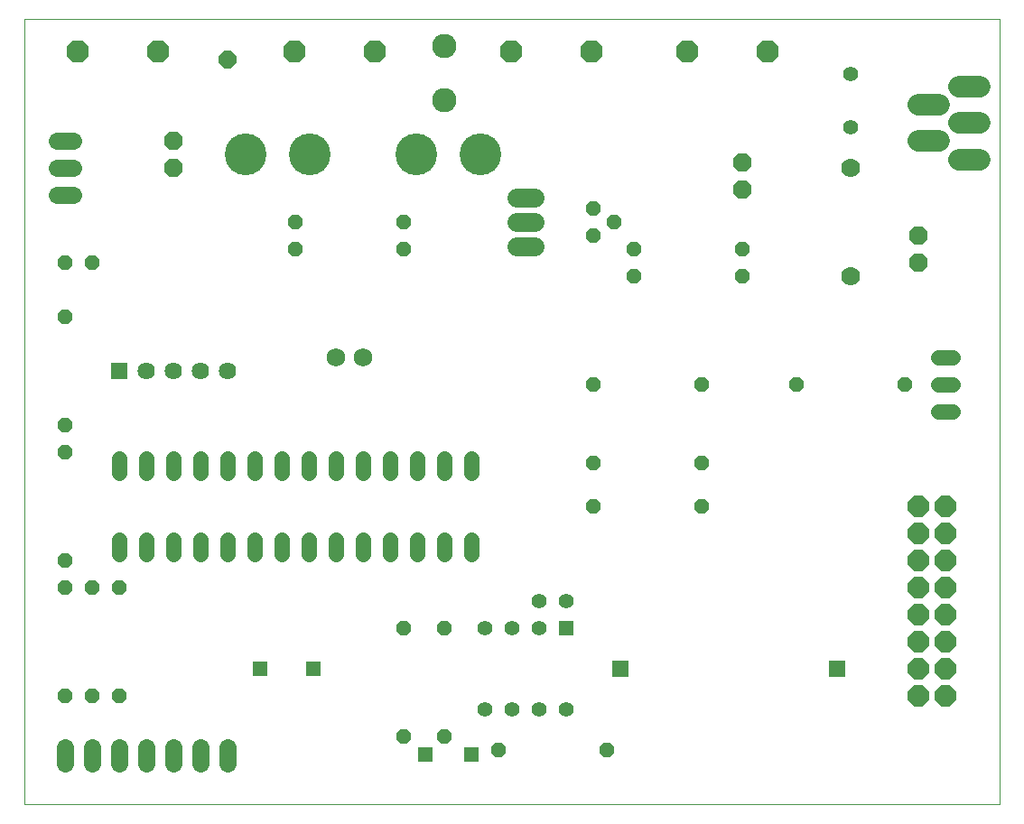
<source format=gbs>
G75*
G70*
%OFA0B0*%
%FSLAX24Y24*%
%IPPOS*%
%LPD*%
%AMOC8*
5,1,8,0,0,1.08239X$1,22.5*
%
%ADD10C,0.0000*%
%ADD11C,0.0560*%
%ADD12OC8,0.0780*%
%ADD13C,0.0640*%
%ADD14OC8,0.0560*%
%ADD15C,0.0690*%
%ADD16R,0.0555X0.0555*%
%ADD17C,0.0555*%
%ADD18R,0.0634X0.0634*%
%ADD19OC8,0.0670*%
%ADD20R,0.0640X0.0640*%
%ADD21C,0.0640*%
%ADD22C,0.0700*%
%ADD23C,0.0900*%
%ADD24C,0.1540*%
%ADD25C,0.0690*%
%ADD26OC8,0.0808*%
%ADD27OC8,0.0640*%
%ADD28C,0.0790*%
D10*
X000101Y000101D02*
X000101Y029101D01*
X036101Y029101D01*
X036101Y000101D01*
X000101Y000101D01*
D11*
X003601Y009341D02*
X003601Y009861D01*
X004601Y009861D02*
X004601Y009341D01*
X005601Y009341D02*
X005601Y009861D01*
X006601Y009861D02*
X006601Y009341D01*
X007601Y009341D02*
X007601Y009861D01*
X008601Y009861D02*
X008601Y009341D01*
X009601Y009341D02*
X009601Y009861D01*
X010601Y009861D02*
X010601Y009341D01*
X011601Y009341D02*
X011601Y009861D01*
X012601Y009861D02*
X012601Y009341D01*
X013601Y009341D02*
X013601Y009861D01*
X014601Y009861D02*
X014601Y009341D01*
X015601Y009341D02*
X015601Y009861D01*
X016601Y009861D02*
X016601Y009341D01*
X016601Y012341D02*
X016601Y012861D01*
X015601Y012861D02*
X015601Y012341D01*
X014601Y012341D02*
X014601Y012861D01*
X013601Y012861D02*
X013601Y012341D01*
X012601Y012341D02*
X012601Y012861D01*
X011601Y012861D02*
X011601Y012341D01*
X010601Y012341D02*
X010601Y012861D01*
X009601Y012861D02*
X009601Y012341D01*
X008601Y012341D02*
X008601Y012861D01*
X007601Y012861D02*
X007601Y012341D01*
X006601Y012341D02*
X006601Y012861D01*
X005601Y012861D02*
X005601Y012341D01*
X004601Y012341D02*
X004601Y012861D01*
X003601Y012861D02*
X003601Y012341D01*
X033841Y014601D02*
X034361Y014601D01*
X034361Y015601D02*
X033841Y015601D01*
X033841Y016601D02*
X034361Y016601D01*
D12*
X034101Y011101D03*
X033101Y011101D03*
X033101Y010101D03*
X034101Y010101D03*
X034101Y009101D03*
X033101Y009101D03*
X033101Y008101D03*
X034101Y008101D03*
X034101Y007101D03*
X033101Y007101D03*
X033101Y006101D03*
X034101Y006101D03*
X034101Y005101D03*
X034101Y004101D03*
X033101Y004101D03*
X033101Y005101D03*
D13*
X007601Y002201D02*
X007601Y001601D01*
X006601Y001601D02*
X006601Y002201D01*
X005601Y002201D02*
X005601Y001601D01*
X004601Y001601D02*
X004601Y002201D01*
X003601Y002201D02*
X003601Y001601D01*
X002601Y001601D02*
X002601Y002201D01*
X001601Y002201D02*
X001601Y001601D01*
X001901Y022601D02*
X001301Y022601D01*
X001301Y023601D02*
X001901Y023601D01*
X001901Y024601D02*
X001301Y024601D01*
D14*
X001601Y020101D03*
X002601Y020101D03*
X001601Y018101D03*
X001601Y014101D03*
X001601Y013101D03*
X001601Y009101D03*
X001601Y008101D03*
X002601Y008101D03*
X003601Y008101D03*
X003601Y004101D03*
X002601Y004101D03*
X001601Y004101D03*
X014101Y002601D03*
X015601Y002601D03*
X017601Y002101D03*
X021601Y002101D03*
X015601Y006601D03*
X014101Y006601D03*
X021101Y011101D03*
X021101Y012701D03*
X021101Y015601D03*
X025101Y015601D03*
X028601Y015601D03*
X025101Y012701D03*
X025101Y011101D03*
X032601Y015601D03*
X026601Y019601D03*
X026601Y020601D03*
X022601Y020601D03*
X022601Y019601D03*
X021101Y021101D03*
X021851Y021601D03*
X021101Y022101D03*
X014101Y021601D03*
X014101Y020601D03*
X010101Y020601D03*
X010101Y021601D03*
D15*
X011601Y016601D03*
X012601Y016601D03*
D16*
X020101Y006601D03*
X016601Y001951D03*
X014901Y001951D03*
X010782Y005101D03*
X008813Y005101D03*
D17*
X017101Y006601D03*
X018101Y006601D03*
X019101Y006601D03*
X019101Y007601D03*
X020101Y007601D03*
X020101Y003601D03*
X019101Y003601D03*
X018101Y003601D03*
X017101Y003601D03*
X030601Y025117D03*
X030601Y027085D03*
D18*
X030087Y005101D03*
X022115Y005101D03*
D19*
X033101Y020101D03*
X033101Y021101D03*
X026601Y022801D03*
X026601Y023801D03*
X005601Y023601D03*
X005601Y024601D03*
D20*
X003601Y016101D03*
D21*
X004601Y016101D03*
X005601Y016101D03*
X006601Y016101D03*
X007601Y016101D03*
D22*
X030601Y019601D03*
X030601Y023601D03*
D23*
X015601Y026101D03*
X015601Y028101D03*
D24*
X014569Y024101D03*
X016931Y024101D03*
X010632Y024101D03*
X008270Y024101D03*
D25*
X018276Y022498D02*
X018926Y022498D01*
X018926Y021601D02*
X018276Y021601D01*
X018276Y020703D02*
X018926Y020703D01*
D26*
X018077Y027912D03*
X021030Y027912D03*
X024577Y027912D03*
X027530Y027912D03*
X013030Y027912D03*
X010077Y027912D03*
X005030Y027912D03*
X002077Y027912D03*
D27*
X007601Y027601D03*
D28*
X033101Y025931D02*
X033851Y025931D01*
X034601Y025261D02*
X035351Y025261D01*
X033851Y024611D02*
X033101Y024611D01*
X034601Y023921D02*
X035351Y023921D01*
X035351Y026601D02*
X034601Y026601D01*
M02*

</source>
